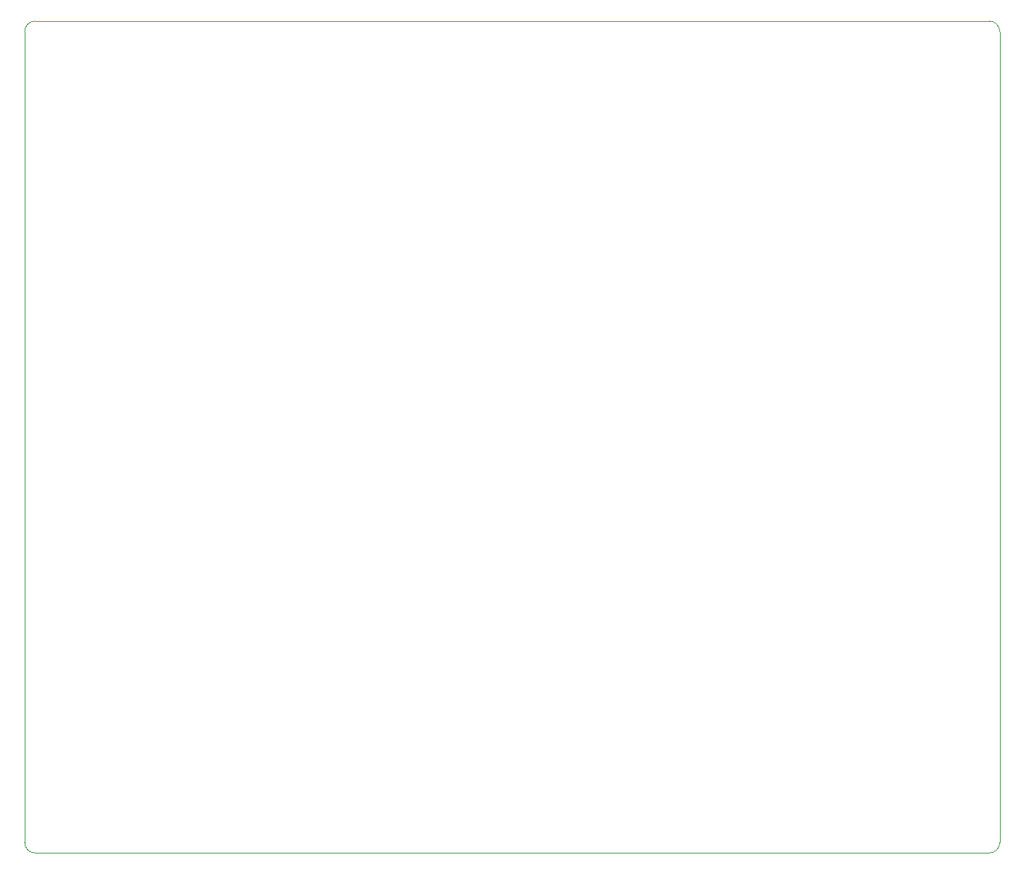
<source format=gm1>
%TF.GenerationSoftware,KiCad,Pcbnew,5.1.9+dfsg1-1*%
%TF.CreationDate,2021-08-01T20:01:47+10:00*%
%TF.ProjectId,6502-computer,36353032-2d63-46f6-9d70-757465722e6b,rev?*%
%TF.SameCoordinates,Original*%
%TF.FileFunction,Profile,NP*%
%FSLAX46Y46*%
G04 Gerber Fmt 4.6, Leading zero omitted, Abs format (unit mm)*
G04 Created by KiCad (PCBNEW 5.1.9+dfsg1-1) date 2021-08-01 20:01:47*
%MOMM*%
%LPD*%
G01*
G04 APERTURE LIST*
%TA.AperFunction,Profile*%
%ADD10C,0.050000*%
%TD*%
G04 APERTURE END LIST*
D10*
X77470000Y-71755000D02*
G75*
G02*
X78740000Y-70485000I1270000J0D01*
G01*
X78740000Y-170180000D02*
G75*
G02*
X77470000Y-168910000I0J1270000D01*
G01*
X194310000Y-168910000D02*
G75*
G02*
X193040000Y-170180000I-1270000J0D01*
G01*
X193040000Y-70485000D02*
G75*
G02*
X194310000Y-71755000I0J-1270000D01*
G01*
X77470000Y-168910000D02*
X77470000Y-71755000D01*
X193040000Y-170180000D02*
X78740000Y-170180000D01*
X194310000Y-71755000D02*
X194310000Y-168910000D01*
X78740000Y-70485000D02*
X193040000Y-70485000D01*
M02*

</source>
